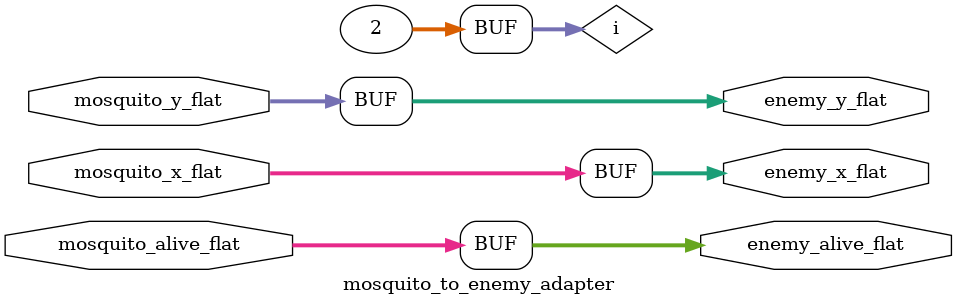
<source format=v>
module mosquito_to_enemy_adapter (
    input  [10*2-1:0] mosquito_x_flat,
    input  [10*2-1:0] mosquito_y_flat,
    input  [1:0]      mosquito_alive_flat,

    output reg [10*2-1:0] enemy_x_flat,
    output reg [10*2-1:0] enemy_y_flat,
    output reg [1:0]      enemy_alive_flat
);
    integer i;
    always @(*) begin
        for (i = 0; i < 2; i = i + 1) begin
            enemy_x_flat[i*10 +: 10] = mosquito_x_flat[i*10 +: 10];
            enemy_y_flat[i*10 +: 10] = mosquito_y_flat[i*10 +: 10];
            enemy_alive_flat[i]      = mosquito_alive_flat[i];
        end
    end
endmodule

</source>
